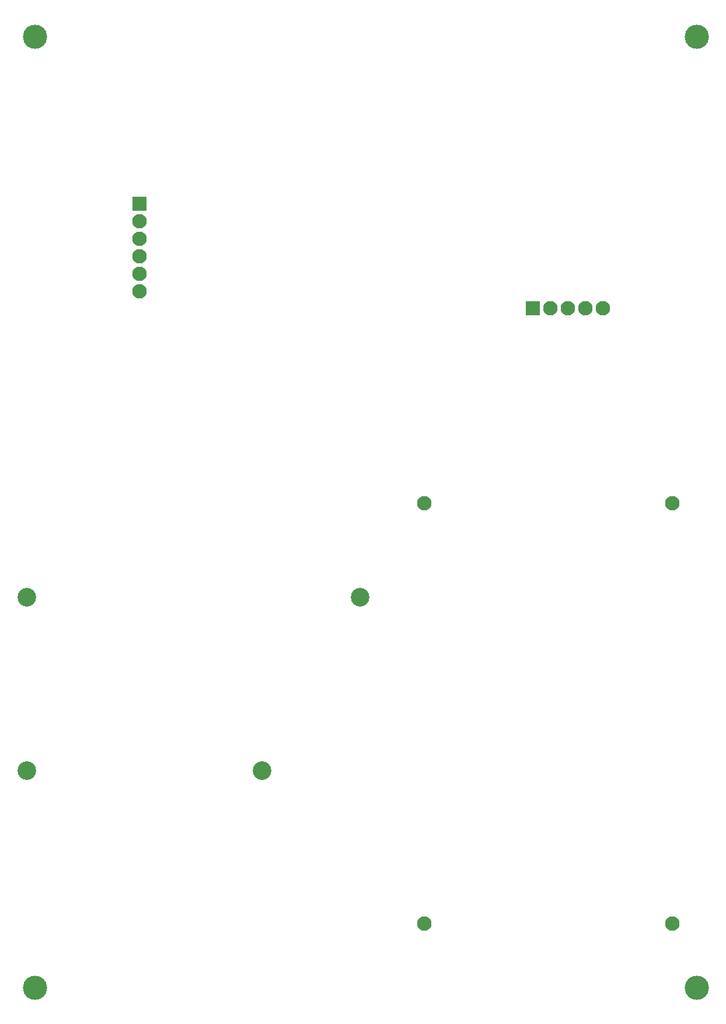
<source format=gbr>
%TF.GenerationSoftware,KiCad,Pcbnew,7.0.1*%
%TF.CreationDate,2023-04-26T11:30:26-04:00*%
%TF.ProjectId,UPenn_OpAmp,5550656e-6e5f-44f7-9041-6d702e6b6963,rev?*%
%TF.SameCoordinates,Original*%
%TF.FileFunction,Soldermask,Bot*%
%TF.FilePolarity,Negative*%
%FSLAX46Y46*%
G04 Gerber Fmt 4.6, Leading zero omitted, Abs format (unit mm)*
G04 Created by KiCad (PCBNEW 7.0.1) date 2023-04-26 11:30:26*
%MOMM*%
%LPD*%
G01*
G04 APERTURE LIST*
%ADD10C,3.500000*%
%ADD11C,2.700000*%
%ADD12C,2.100000*%
%ADD13R,2.100000X2.100000*%
G04 APERTURE END LIST*
D10*
%TO.C,H2*%
X57821000Y-31861000D03*
%TD*%
%TO.C,H1*%
X153833000Y-31861000D03*
%TD*%
D11*
%TO.C,REF2*%
X90778000Y-138310000D03*
%TD*%
%TO.C,REF4*%
X105008000Y-113200000D03*
%TD*%
D12*
%TO.C,H6*%
X150300000Y-99510000D03*
%TD*%
D13*
%TO.C,J2*%
X130054000Y-71300000D03*
D12*
X132594000Y-71300000D03*
X135134000Y-71300000D03*
X137674000Y-71300000D03*
X140214000Y-71300000D03*
%TD*%
D11*
%TO.C,REF1*%
X56618000Y-138310000D03*
%TD*%
D12*
%TO.C,H8*%
X114300000Y-160510000D03*
%TD*%
D10*
%TO.C,H3*%
X57821000Y-169783000D03*
%TD*%
%TO.C,H4*%
X153833000Y-169783000D03*
%TD*%
D13*
%TO.C,J1*%
X73024000Y-56147500D03*
D12*
X73024000Y-58687500D03*
X73024000Y-61227500D03*
X73024000Y-63767500D03*
X73024000Y-66307500D03*
X73024000Y-68847500D03*
%TD*%
%TO.C,H5*%
X150300000Y-160510000D03*
%TD*%
%TO.C,H7*%
X114300000Y-99510000D03*
%TD*%
D11*
%TO.C,REF3*%
X56618000Y-113200000D03*
%TD*%
M02*

</source>
